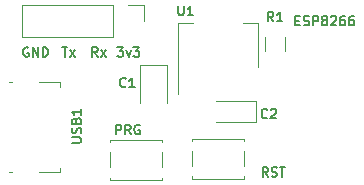
<source format=gto>
G04 #@! TF.FileFunction,Legend,Top*
%FSLAX46Y46*%
G04 Gerber Fmt 4.6, Leading zero omitted, Abs format (unit mm)*
G04 Created by KiCad (PCBNEW 4.0.7) date Wed Dec 12 21:34:46 2018*
%MOMM*%
%LPD*%
G01*
G04 APERTURE LIST*
%ADD10C,0.100000*%
%ADD11C,0.200000*%
%ADD12C,0.120000*%
G04 APERTURE END LIST*
D10*
D11*
X66205219Y-97605905D02*
X66700457Y-97605905D01*
X66433790Y-97910667D01*
X66548076Y-97910667D01*
X66624266Y-97948762D01*
X66662362Y-97986857D01*
X66700457Y-98063048D01*
X66700457Y-98253524D01*
X66662362Y-98329714D01*
X66624266Y-98367810D01*
X66548076Y-98405905D01*
X66319504Y-98405905D01*
X66243314Y-98367810D01*
X66205219Y-98329714D01*
X66967124Y-97872571D02*
X67157600Y-98405905D01*
X67348076Y-97872571D01*
X67576648Y-97605905D02*
X68071886Y-97605905D01*
X67805219Y-97910667D01*
X67919505Y-97910667D01*
X67995695Y-97948762D01*
X68033791Y-97986857D01*
X68071886Y-98063048D01*
X68071886Y-98253524D01*
X68033791Y-98329714D01*
X67995695Y-98367810D01*
X67919505Y-98405905D01*
X67690933Y-98405905D01*
X67614743Y-98367810D01*
X67576648Y-98329714D01*
X64541410Y-98405905D02*
X64274743Y-98024952D01*
X64084267Y-98405905D02*
X64084267Y-97605905D01*
X64389029Y-97605905D01*
X64465220Y-97644000D01*
X64503315Y-97682095D01*
X64541410Y-97758286D01*
X64541410Y-97872571D01*
X64503315Y-97948762D01*
X64465220Y-97986857D01*
X64389029Y-98024952D01*
X64084267Y-98024952D01*
X64808077Y-98405905D02*
X65227124Y-97872571D01*
X64808077Y-97872571D02*
X65227124Y-98405905D01*
X61525219Y-97605905D02*
X61982362Y-97605905D01*
X61753791Y-98405905D02*
X61753791Y-97605905D01*
X62172839Y-98405905D02*
X62591886Y-97872571D01*
X62172839Y-97872571D02*
X62591886Y-98405905D01*
X58674077Y-97644000D02*
X58597886Y-97605905D01*
X58483601Y-97605905D01*
X58369315Y-97644000D01*
X58293124Y-97720190D01*
X58255029Y-97796381D01*
X58216934Y-97948762D01*
X58216934Y-98063048D01*
X58255029Y-98215429D01*
X58293124Y-98291619D01*
X58369315Y-98367810D01*
X58483601Y-98405905D01*
X58559791Y-98405905D01*
X58674077Y-98367810D01*
X58712172Y-98329714D01*
X58712172Y-98063048D01*
X58559791Y-98063048D01*
X59055029Y-98405905D02*
X59055029Y-97605905D01*
X59512172Y-98405905D01*
X59512172Y-97605905D01*
X59893124Y-98405905D02*
X59893124Y-97605905D01*
X60083600Y-97605905D01*
X60197886Y-97644000D01*
X60274077Y-97720190D01*
X60312172Y-97796381D01*
X60350267Y-97948762D01*
X60350267Y-98063048D01*
X60312172Y-98215429D01*
X60274077Y-98291619D01*
X60197886Y-98367810D01*
X60083600Y-98405905D01*
X59893124Y-98405905D01*
D12*
X61380800Y-108179900D02*
X61380800Y-107799900D01*
X57330800Y-108179900D02*
X57070800Y-108179900D01*
X61380800Y-108179900D02*
X59610800Y-108179900D01*
X61380800Y-100559900D02*
X61380800Y-100939900D01*
X59610800Y-100559900D02*
X61380800Y-100559900D01*
X57070800Y-100559900D02*
X57330800Y-100559900D01*
X58156800Y-94072400D02*
X58156800Y-96732400D01*
X65836800Y-94072400D02*
X58156800Y-94072400D01*
X65836800Y-96732400D02*
X58156800Y-96732400D01*
X65836800Y-94072400D02*
X65836800Y-96732400D01*
X67106800Y-94072400D02*
X68436800Y-94072400D01*
X68436800Y-94072400D02*
X68436800Y-95402400D01*
X76926800Y-105535600D02*
X76926800Y-105335600D01*
X76926800Y-107685600D02*
X76926800Y-106385600D01*
X76926800Y-108735600D02*
X76926800Y-108535600D01*
X72526800Y-108735600D02*
X76926800Y-108735600D01*
X72526800Y-108535600D02*
X72526800Y-108735600D01*
X72526800Y-106385600D02*
X72526800Y-107685600D01*
X72526800Y-105335600D02*
X72526800Y-105535600D01*
X76926800Y-105335600D02*
X72526800Y-105335600D01*
X78136800Y-95524400D02*
X76876800Y-95524400D01*
X71316800Y-95524400D02*
X72576800Y-95524400D01*
X78136800Y-99284400D02*
X78136800Y-95524400D01*
X71316800Y-101534400D02*
X71316800Y-95524400D01*
X70441200Y-99096000D02*
X70441200Y-102346000D01*
X68141200Y-99096000D02*
X68141200Y-102346000D01*
X70441200Y-99096000D02*
X68141200Y-99096000D01*
X77989600Y-103922400D02*
X74539600Y-103922400D01*
X77989600Y-102122400D02*
X74539600Y-102122400D01*
X77989600Y-103922400D02*
X77989600Y-102122400D01*
X80432800Y-96732800D02*
X80432800Y-97932800D01*
X78672800Y-97932800D02*
X78672800Y-96732800D01*
X70018000Y-105637200D02*
X70018000Y-105437200D01*
X70018000Y-107787200D02*
X70018000Y-106487200D01*
X70018000Y-108837200D02*
X70018000Y-108637200D01*
X65618000Y-108837200D02*
X70018000Y-108837200D01*
X65618000Y-108637200D02*
X65618000Y-108837200D01*
X65618000Y-106487200D02*
X65618000Y-107787200D01*
X65618000Y-105437200D02*
X65618000Y-105637200D01*
X70018000Y-105437200D02*
X65618000Y-105437200D01*
D11*
X62350705Y-105682876D02*
X62998324Y-105682876D01*
X63074514Y-105644781D01*
X63112610Y-105606685D01*
X63150705Y-105530495D01*
X63150705Y-105378114D01*
X63112610Y-105301923D01*
X63074514Y-105263828D01*
X62998324Y-105225733D01*
X62350705Y-105225733D01*
X63112610Y-104882876D02*
X63150705Y-104768590D01*
X63150705Y-104578114D01*
X63112610Y-104501924D01*
X63074514Y-104463828D01*
X62998324Y-104425733D01*
X62922133Y-104425733D01*
X62845943Y-104463828D01*
X62807848Y-104501924D01*
X62769752Y-104578114D01*
X62731657Y-104730495D01*
X62693562Y-104806686D01*
X62655467Y-104844781D01*
X62579276Y-104882876D01*
X62503086Y-104882876D01*
X62426895Y-104844781D01*
X62388800Y-104806686D01*
X62350705Y-104730495D01*
X62350705Y-104540019D01*
X62388800Y-104425733D01*
X62731657Y-103816209D02*
X62769752Y-103701923D01*
X62807848Y-103663828D01*
X62884038Y-103625733D01*
X62998324Y-103625733D01*
X63074514Y-103663828D01*
X63112610Y-103701923D01*
X63150705Y-103778114D01*
X63150705Y-104082876D01*
X62350705Y-104082876D01*
X62350705Y-103816209D01*
X62388800Y-103740019D01*
X62426895Y-103701923D01*
X62503086Y-103663828D01*
X62579276Y-103663828D01*
X62655467Y-103701923D01*
X62693562Y-103740019D01*
X62731657Y-103816209D01*
X62731657Y-104082876D01*
X63150705Y-102863828D02*
X63150705Y-103320971D01*
X63150705Y-103092400D02*
X62350705Y-103092400D01*
X62464990Y-103168590D01*
X62541181Y-103244781D01*
X62579276Y-103320971D01*
X78962305Y-108565905D02*
X78695638Y-108184952D01*
X78505162Y-108565905D02*
X78505162Y-107765905D01*
X78809924Y-107765905D01*
X78886115Y-107804000D01*
X78924210Y-107842095D01*
X78962305Y-107918286D01*
X78962305Y-108032571D01*
X78924210Y-108108762D01*
X78886115Y-108146857D01*
X78809924Y-108184952D01*
X78505162Y-108184952D01*
X79267067Y-108527810D02*
X79381353Y-108565905D01*
X79571829Y-108565905D01*
X79648019Y-108527810D01*
X79686115Y-108489714D01*
X79724210Y-108413524D01*
X79724210Y-108337333D01*
X79686115Y-108261143D01*
X79648019Y-108223048D01*
X79571829Y-108184952D01*
X79419448Y-108146857D01*
X79343257Y-108108762D01*
X79305162Y-108070667D01*
X79267067Y-107994476D01*
X79267067Y-107918286D01*
X79305162Y-107842095D01*
X79343257Y-107804000D01*
X79419448Y-107765905D01*
X79609924Y-107765905D01*
X79724210Y-107804000D01*
X79952781Y-107765905D02*
X80409924Y-107765905D01*
X80181353Y-108565905D02*
X80181353Y-107765905D01*
X71374076Y-94100705D02*
X71374076Y-94748324D01*
X71412171Y-94824514D01*
X71450267Y-94862610D01*
X71526457Y-94900705D01*
X71678838Y-94900705D01*
X71755029Y-94862610D01*
X71793124Y-94824514D01*
X71831219Y-94748324D01*
X71831219Y-94100705D01*
X72631219Y-94900705D02*
X72174076Y-94900705D01*
X72402647Y-94900705D02*
X72402647Y-94100705D01*
X72326457Y-94214990D01*
X72250266Y-94291181D01*
X72174076Y-94329276D01*
X81293009Y-95345257D02*
X81559676Y-95345257D01*
X81673962Y-95764305D02*
X81293009Y-95764305D01*
X81293009Y-94964305D01*
X81673962Y-94964305D01*
X81978724Y-95726210D02*
X82093010Y-95764305D01*
X82283486Y-95764305D01*
X82359676Y-95726210D01*
X82397772Y-95688114D01*
X82435867Y-95611924D01*
X82435867Y-95535733D01*
X82397772Y-95459543D01*
X82359676Y-95421448D01*
X82283486Y-95383352D01*
X82131105Y-95345257D01*
X82054914Y-95307162D01*
X82016819Y-95269067D01*
X81978724Y-95192876D01*
X81978724Y-95116686D01*
X82016819Y-95040495D01*
X82054914Y-95002400D01*
X82131105Y-94964305D01*
X82321581Y-94964305D01*
X82435867Y-95002400D01*
X82778724Y-95764305D02*
X82778724Y-94964305D01*
X83083486Y-94964305D01*
X83159677Y-95002400D01*
X83197772Y-95040495D01*
X83235867Y-95116686D01*
X83235867Y-95230971D01*
X83197772Y-95307162D01*
X83159677Y-95345257D01*
X83083486Y-95383352D01*
X82778724Y-95383352D01*
X83693010Y-95307162D02*
X83616819Y-95269067D01*
X83578724Y-95230971D01*
X83540629Y-95154781D01*
X83540629Y-95116686D01*
X83578724Y-95040495D01*
X83616819Y-95002400D01*
X83693010Y-94964305D01*
X83845391Y-94964305D01*
X83921581Y-95002400D01*
X83959677Y-95040495D01*
X83997772Y-95116686D01*
X83997772Y-95154781D01*
X83959677Y-95230971D01*
X83921581Y-95269067D01*
X83845391Y-95307162D01*
X83693010Y-95307162D01*
X83616819Y-95345257D01*
X83578724Y-95383352D01*
X83540629Y-95459543D01*
X83540629Y-95611924D01*
X83578724Y-95688114D01*
X83616819Y-95726210D01*
X83693010Y-95764305D01*
X83845391Y-95764305D01*
X83921581Y-95726210D01*
X83959677Y-95688114D01*
X83997772Y-95611924D01*
X83997772Y-95459543D01*
X83959677Y-95383352D01*
X83921581Y-95345257D01*
X83845391Y-95307162D01*
X84302534Y-95040495D02*
X84340629Y-95002400D01*
X84416820Y-94964305D01*
X84607296Y-94964305D01*
X84683486Y-95002400D01*
X84721582Y-95040495D01*
X84759677Y-95116686D01*
X84759677Y-95192876D01*
X84721582Y-95307162D01*
X84264439Y-95764305D01*
X84759677Y-95764305D01*
X85445391Y-94964305D02*
X85293010Y-94964305D01*
X85216820Y-95002400D01*
X85178725Y-95040495D01*
X85102534Y-95154781D01*
X85064439Y-95307162D01*
X85064439Y-95611924D01*
X85102534Y-95688114D01*
X85140629Y-95726210D01*
X85216820Y-95764305D01*
X85369201Y-95764305D01*
X85445391Y-95726210D01*
X85483487Y-95688114D01*
X85521582Y-95611924D01*
X85521582Y-95421448D01*
X85483487Y-95345257D01*
X85445391Y-95307162D01*
X85369201Y-95269067D01*
X85216820Y-95269067D01*
X85140629Y-95307162D01*
X85102534Y-95345257D01*
X85064439Y-95421448D01*
X86207296Y-94964305D02*
X86054915Y-94964305D01*
X85978725Y-95002400D01*
X85940630Y-95040495D01*
X85864439Y-95154781D01*
X85826344Y-95307162D01*
X85826344Y-95611924D01*
X85864439Y-95688114D01*
X85902534Y-95726210D01*
X85978725Y-95764305D01*
X86131106Y-95764305D01*
X86207296Y-95726210D01*
X86245392Y-95688114D01*
X86283487Y-95611924D01*
X86283487Y-95421448D01*
X86245392Y-95345257D01*
X86207296Y-95307162D01*
X86131106Y-95269067D01*
X85978725Y-95269067D01*
X85902534Y-95307162D01*
X85864439Y-95345257D01*
X85826344Y-95421448D01*
X66922667Y-100920514D02*
X66884572Y-100958610D01*
X66770286Y-100996705D01*
X66694096Y-100996705D01*
X66579810Y-100958610D01*
X66503619Y-100882419D01*
X66465524Y-100806229D01*
X66427429Y-100653848D01*
X66427429Y-100539562D01*
X66465524Y-100387181D01*
X66503619Y-100310990D01*
X66579810Y-100234800D01*
X66694096Y-100196705D01*
X66770286Y-100196705D01*
X66884572Y-100234800D01*
X66922667Y-100272895D01*
X67684572Y-100996705D02*
X67227429Y-100996705D01*
X67456000Y-100996705D02*
X67456000Y-100196705D01*
X67379810Y-100310990D01*
X67303619Y-100387181D01*
X67227429Y-100425276D01*
X78911467Y-103562114D02*
X78873372Y-103600210D01*
X78759086Y-103638305D01*
X78682896Y-103638305D01*
X78568610Y-103600210D01*
X78492419Y-103524019D01*
X78454324Y-103447829D01*
X78416229Y-103295448D01*
X78416229Y-103181162D01*
X78454324Y-103028781D01*
X78492419Y-102952590D01*
X78568610Y-102876400D01*
X78682896Y-102838305D01*
X78759086Y-102838305D01*
X78873372Y-102876400D01*
X78911467Y-102914495D01*
X79216229Y-102914495D02*
X79254324Y-102876400D01*
X79330515Y-102838305D01*
X79520991Y-102838305D01*
X79597181Y-102876400D01*
X79635277Y-102914495D01*
X79673372Y-102990686D01*
X79673372Y-103066876D01*
X79635277Y-103181162D01*
X79178134Y-103638305D01*
X79673372Y-103638305D01*
X79419467Y-95408705D02*
X79152800Y-95027752D01*
X78962324Y-95408705D02*
X78962324Y-94608705D01*
X79267086Y-94608705D01*
X79343277Y-94646800D01*
X79381372Y-94684895D01*
X79419467Y-94761086D01*
X79419467Y-94875371D01*
X79381372Y-94951562D01*
X79343277Y-94989657D01*
X79267086Y-95027752D01*
X78962324Y-95027752D01*
X80181372Y-95408705D02*
X79724229Y-95408705D01*
X79952800Y-95408705D02*
X79952800Y-94608705D01*
X79876610Y-94722990D01*
X79800419Y-94799181D01*
X79724229Y-94837276D01*
X66097276Y-104959105D02*
X66097276Y-104159105D01*
X66402038Y-104159105D01*
X66478229Y-104197200D01*
X66516324Y-104235295D01*
X66554419Y-104311486D01*
X66554419Y-104425771D01*
X66516324Y-104501962D01*
X66478229Y-104540057D01*
X66402038Y-104578152D01*
X66097276Y-104578152D01*
X67354419Y-104959105D02*
X67087752Y-104578152D01*
X66897276Y-104959105D02*
X66897276Y-104159105D01*
X67202038Y-104159105D01*
X67278229Y-104197200D01*
X67316324Y-104235295D01*
X67354419Y-104311486D01*
X67354419Y-104425771D01*
X67316324Y-104501962D01*
X67278229Y-104540057D01*
X67202038Y-104578152D01*
X66897276Y-104578152D01*
X68116324Y-104197200D02*
X68040133Y-104159105D01*
X67925848Y-104159105D01*
X67811562Y-104197200D01*
X67735371Y-104273390D01*
X67697276Y-104349581D01*
X67659181Y-104501962D01*
X67659181Y-104616248D01*
X67697276Y-104768629D01*
X67735371Y-104844819D01*
X67811562Y-104921010D01*
X67925848Y-104959105D01*
X68002038Y-104959105D01*
X68116324Y-104921010D01*
X68154419Y-104882914D01*
X68154419Y-104616248D01*
X68002038Y-104616248D01*
M02*

</source>
